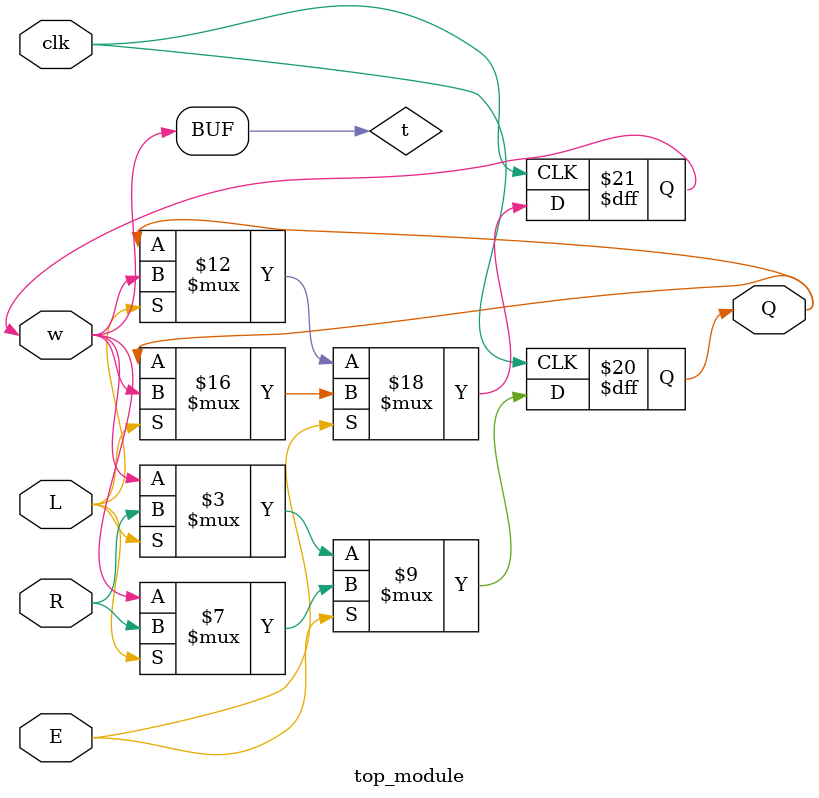
<source format=sv>
module top_module (
    input clk,
    input w,
    input R,
    input E,
    input L,
    output reg Q
);

reg t;

always @(posedge clk) begin
    if (E) begin
        if (L) begin
            Q <= R;
        end else begin
            Q <= t;
            t <= Q;
        end
    end else if (L) begin
        Q <= R;
    end else begin
        Q <= t;
        t <= Q;
    end
end

assign t = w;

endmodule

</source>
